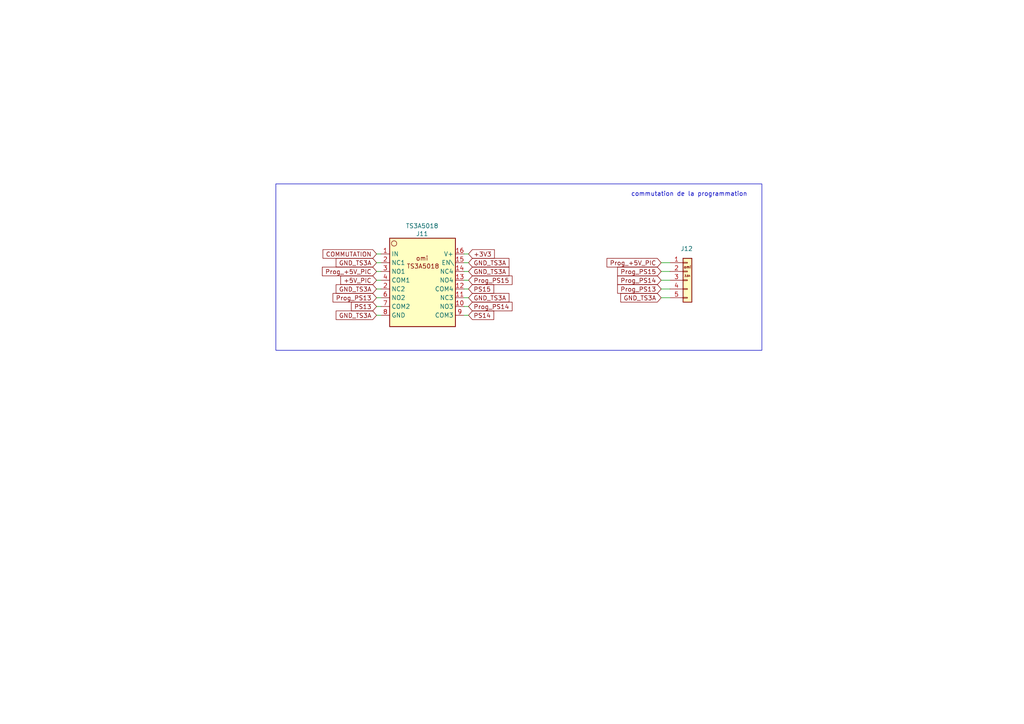
<source format=kicad_sch>
(kicad_sch (version 20231120) (generator "eeschema") (generator_version "8.0")
  (paper "A4")
  (lib_symbols
    (symbol "Omiconnecteur:Conn_01x05_P2.54mm_pinheader_vertical" (pin_names (offset 1.016) hide)
      (property "Reference" "J" (at -1.27 10.16 0))
      (symbol "Conn_01x05_P2.54mm_pinheader_vertical_1_1"
        (rectangle (start -1.27 -2.413) (end 0 -2.667) (stroke (width 0.1524)))
        (rectangle (start -1.27 0.127) (end 0 -0.127) (stroke (width 0.1524)))
        (rectangle (start -1.27 2.667) (end 0 2.413) (stroke (width 0.1524)))
        (rectangle (start -1.27 5.207) (end 0 4.953) (stroke (width 0.1524)))
        (rectangle (start -1.27 7.747) (end 0 7.493) (stroke (width 0.1524)))
        (rectangle (start -1.27 8.89) (end 1.27 -3.81) (stroke (width 0.254)) (fill (type background)))
        (text "2.54" (at 0 3.81 0) (effects (font (size 0.5 0.5))))
        (text "omi" (at 0 6.35 0) (effects (font (size 0.75 0.75))))
        (pin passive line (at -5.08 7.62 0) (length 3.81) (name "Pin_1") (number "1"))
        (pin passive line (at -5.08 5.08 0) (length 3.81) (name "Pin_2") (number "2"))
        (pin passive line (at -5.08 2.54 0) (length 3.81) (name "Pin_3") (number "3"))
        (pin passive line (at -5.08 0 0) (length 3.81) (name "Pin_4") (number "4"))
        (pin passive line (at -5.08 -2.54 0) (length 3.81) (name "Pin_5") (number "5"))
      )
    )
    (symbol "Omiswitch:TS3A5018"
      (property "Reference" "J" (at 1.016 5.842 0))
      (symbol "TS3A5018_0_1"
        (rectangle (start -5.08 3.302) (end 13.97 -22.352) (stroke (width 0.254)) (fill (type background)))
        (circle (center -3.81 1.778) (radius 0.762))
      )
      (symbol "TS3A5018_1_1"
        (text "omi\n" (at 4.318 -2.54 0) (effects (font (size 1.27 1.27))))
        (text "TS3A5018" (at 4.572 -4.826 0) (effects (font (size 1.27 1.27))))
        (pin input line (at -7.62 -1.27 0) (length 2.54) (name "IN") (number "1"))
        (pin input line (at 16.51 -16.51 180) (length 2.54) (name "NO3") (number "10"))
        (pin input line (at 16.51 -13.97 180) (length 2.54) (name "NC3") (number "11"))
        (pin input line (at 16.51 -11.43 180) (length 2.54) (name "COM4") (number "12"))
        (pin input line (at 16.51 -8.89 180) (length 2.54) (name "NO4") (number "13"))
        (pin input line (at 16.51 -6.35 180) (length 2.54) (name "NC4") (number "14"))
        (pin input line (at 16.51 -3.81 180) (length 2.54) (name "EN\\") (number "15"))
        (pin input line (at 16.51 -1.27 180) (length 2.54) (name "V+") (number "16"))
        (pin input line (at -7.62 -3.81 0) (length 2.54) (name "NC1") (number "2"))
        (pin input line (at -7.62 -11.43 0) (length 2.54) (name "NC2") (number "2"))
        (pin input line (at -7.62 -6.35 0) (length 2.54) (name "NO1") (number "3"))
        (pin input line (at -7.62 -8.89 0) (length 2.54) (name "COM1") (number "4"))
        (pin input line (at -7.62 -13.97 0) (length 2.54) (name "NO2") (number "6"))
        (pin input line (at -7.62 -16.51 0) (length 2.54) (name "COM2") (number "7"))
        (pin input line (at -7.62 -19.05 0) (length 2.54) (name "GND") (number "8"))
        (pin input line (at 16.51 -19.05 180) (length 2.54) (name "COM3") (number "9"))
      )
    )
  )
  (wire (pts (xy 191.77 76.2) (xy 194.31 76.2)))
  (wire (pts (xy 109.22 83.82) (xy 110.49 83.82)))
  (wire (pts (xy 135.89 91.44) (xy 134.62 91.44)))
  (wire (pts (xy 109.22 76.2) (xy 110.49 76.2)))
  (wire (pts (xy 109.22 78.74) (xy 110.49 78.74)))
  (wire (pts (xy 109.22 91.44) (xy 110.49 91.44)))
  (wire (pts (xy 109.22 73.66) (xy 110.49 73.66)))
  (wire (pts (xy 109.22 86.36) (xy 110.49 86.36)))
  (wire (pts (xy 135.89 76.2) (xy 134.62 76.2)))
  (wire (pts (xy 191.77 83.82) (xy 194.31 83.82)))
  (wire (pts (xy 135.89 83.82) (xy 134.62 83.82)))
  (wire (pts (xy 109.22 88.9) (xy 110.49 88.9)))
  (wire (pts (xy 135.89 78.74) (xy 134.62 78.74)))
  (wire (pts (xy 191.77 78.74) (xy 194.31 78.74)))
  (wire (pts (xy 135.89 86.36) (xy 134.62 86.36)))
  (wire (pts (xy 109.22 81.28) (xy 110.49 81.28)))
  (wire (pts (xy 191.77 81.28) (xy 194.31 81.28)))
  (wire (pts (xy 135.89 88.9) (xy 134.62 88.9)))
  (wire (pts (xy 191.77 86.36) (xy 194.31 86.36)))
  (wire (pts (xy 135.89 81.28) (xy 134.62 81.28)))
  (wire (pts (xy 135.89 73.66) (xy 134.62 73.66)))
  (rectangle (start 80.01 53.34) (end 220.98 101.6))
  (text "commutation de la programmation\n" (at 199.898 56.388 0) (effects (font (size 1.27 1.27))))
  (global_label "Prog_+5V_PIC" (shape input) (at 191.77 76.2 180) (property "Intersheetrefs" "${INTERSHEET_REFS}" (effects (hide yes))))
  (global_label "GND_TS3A" (shape input) (at 135.89 86.36 0) (property "Intersheetrefs" "${INTERSHEET_REFS}" (effects (hide yes))))
  (global_label "Prog_+5V_PIC" (shape input) (at 109.22 78.74 180) (property "Intersheetrefs" "${INTERSHEET_REFS}" (effects (hide yes))))
  (global_label "COMMUTATION" (shape input) (at 109.22 73.66 180) (property "Intersheetrefs" "${INTERSHEET_REFS}" (effects (hide yes))))
  (global_label "Prog_PS15" (shape input) (at 135.89 81.28 0) (property "Intersheetrefs" "${INTERSHEET_REFS}" (effects (hide yes))))
  (global_label "PS15" (shape input) (at 135.89 83.82 0) (property "Intersheetrefs" "${INTERSHEET_REFS}" (effects (hide yes))))
  (global_label "Prog_PS13" (shape input) (at 109.22 86.36 180) (property "Intersheetrefs" "${INTERSHEET_REFS}" (effects (hide yes))))
  (global_label "+5V_PIC" (shape input) (at 109.22 81.28 180) (property "Intersheetrefs" "${INTERSHEET_REFS}" (effects (hide yes))))
  (global_label "+3V3" (shape input) (at 135.89 73.66 0) (property "Intersheetrefs" "${INTERSHEET_REFS}" (effects (hide yes))))
  (global_label "GND_TS3A" (shape input) (at 135.89 78.74 0) (property "Intersheetrefs" "${INTERSHEET_REFS}" (effects (hide yes))))
  (global_label "GND_TS3A" (shape input) (at 109.22 83.82 180) (property "Intersheetrefs" "${INTERSHEET_REFS}" (effects (hide yes))))
  (global_label "Prog_PS14" (shape input) (at 135.89 88.9 0) (property "Intersheetrefs" "${INTERSHEET_REFS}" (effects (hide yes))))
  (global_label "Prog_PS15" (shape input) (at 191.77 78.74 180) (property "Intersheetrefs" "${INTERSHEET_REFS}" (effects (hide yes))))
  (global_label "Prog_PS14" (shape input) (at 191.77 81.28 180) (property "Intersheetrefs" "${INTERSHEET_REFS}" (effects (hide yes))))
  (global_label "GND_TS3A" (shape input) (at 109.22 91.44 180) (property "Intersheetrefs" "${INTERSHEET_REFS}" (effects (hide yes))))
  (global_label "PS14" (shape input) (at 135.89 91.44 0) (property "Intersheetrefs" "${INTERSHEET_REFS}" (effects (hide yes))))
  (global_label "GND_TS3A" (shape input) (at 109.22 76.2 180) (property "Intersheetrefs" "${INTERSHEET_REFS}" (effects (hide yes))))
  (global_label "PS13" (shape input) (at 109.22 88.9 180) (property "Intersheetrefs" "${INTERSHEET_REFS}" (effects (hide yes))))
  (global_label "GND_TS3A" (shape input) (at 135.89 76.2 0) (property "Intersheetrefs" "${INTERSHEET_REFS}" (effects (hide yes))))
  (global_label "GND_TS3A" (shape input) (at 191.77 86.36 180) (property "Intersheetrefs" "${INTERSHEET_REFS}" (effects (hide yes))))
  (global_label "Prog_PS13" (shape input) (at 191.77 83.82 180) (property "Intersheetrefs" "${INTERSHEET_REFS}" (effects (hide yes))))
  (symbol (lib_id "Omiswitch:TS3A5018") (at 118.11 72.39 0) (unit 1)
    (property "Reference" "J11" (at 122.428 67.818 0))
    (property "Value" "TS3A5018" (at 122.428 65.532 0))
    (property "Datasheet" "https://www.ti.com/lit/ds/symlink/ts3a5018.pdf?ts=1750706537361&ref_url=https%253A%252F%252Fwww.google.com%252F" (effects (hide yes)))
  )
  (symbol (lib_id "Omiconnecteur:Conn_01x05_P2.54mm_pinheader_vertical") (at 199.39 83.82 0) (unit 1)
    (property "Reference" "J12" (at 197.358 72.136 0) (effects (justify left)))
    (property "Value" "Conn_01x05_P2.54mm_pinheader_vertical" (effects (hide yes)))
    (property "Footprint" "Omiconnecteur:PinHeader_1x05_P2.54mm_V_omi" (effects (hide yes)))
    (property "Datasheet" "https://cdn.amphenol-cs.com/media/wysiwyg/files/documentation/datasheet/boardwiretoboard/bwb_bergstik.pdf" (effects (hide yes)))
    (property "Description" "Generic connector, single row, 01x08, script generated (kicad-library-utils/schlib/autogen/connector/)" (effects (hide yes)))
    (property "Fabriquant" "Amphenol" (effects (hide yes)))
    (property "Fabreference" "77311-102-36LF" (effects (hide yes)))
    (property "Omicron" "9069605" (effects (hide yes)))
    (property "Distributeur1" "DK:609-6203-ND" (effects (hide yes)))
    (property "Distributeur2" "M:77311-102-36LF" (effects (hide yes)))
  )
)
</source>
